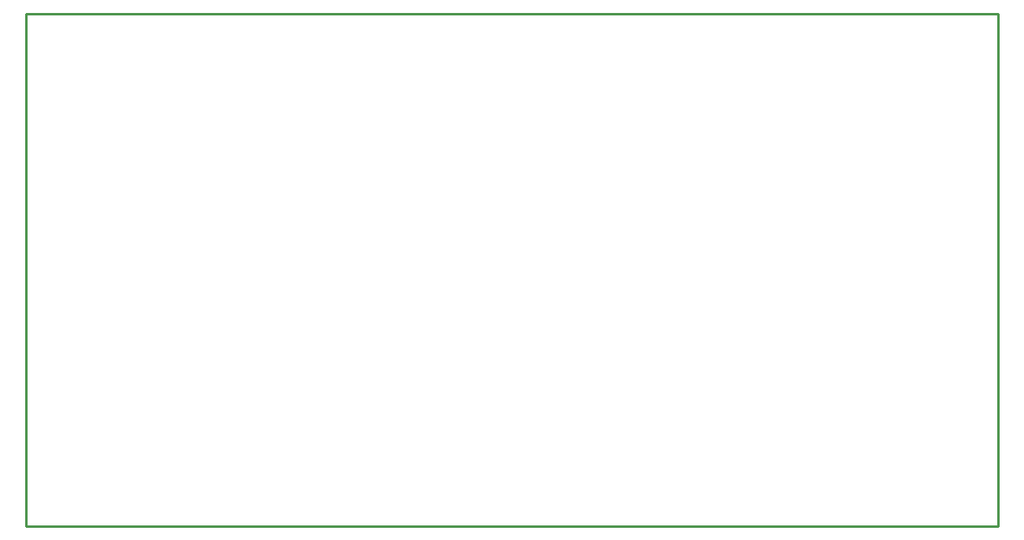
<source format=gko>
G04 Layer: BoardOutlineLayer*
G04 EasyEDA v6.5.23, 2023-04-11 13:10:04*
G04 4efd93ceb8f34c36969e8f1cf74d4a79,5f8968b253fc4aed9fc2cb8881c97923,10*
G04 Gerber Generator version 0.2*
G04 Scale: 100 percent, Rotated: No, Reflected: No *
G04 Dimensions in inches *
G04 leading zeros omitted , absolute positions ,3 integer and 6 decimal *
%FSLAX36Y36*%
%MOIN*%

%ADD10C,0.0100*%
D10*
X3996054Y0D02*
G01*
X0Y0D01*
X0Y2106298D02*
G01*
X3996054Y2106298D01*
X3996054Y0D01*
X0Y0D02*
G01*
X0Y2106300D01*

%LPD*%
M02*

</source>
